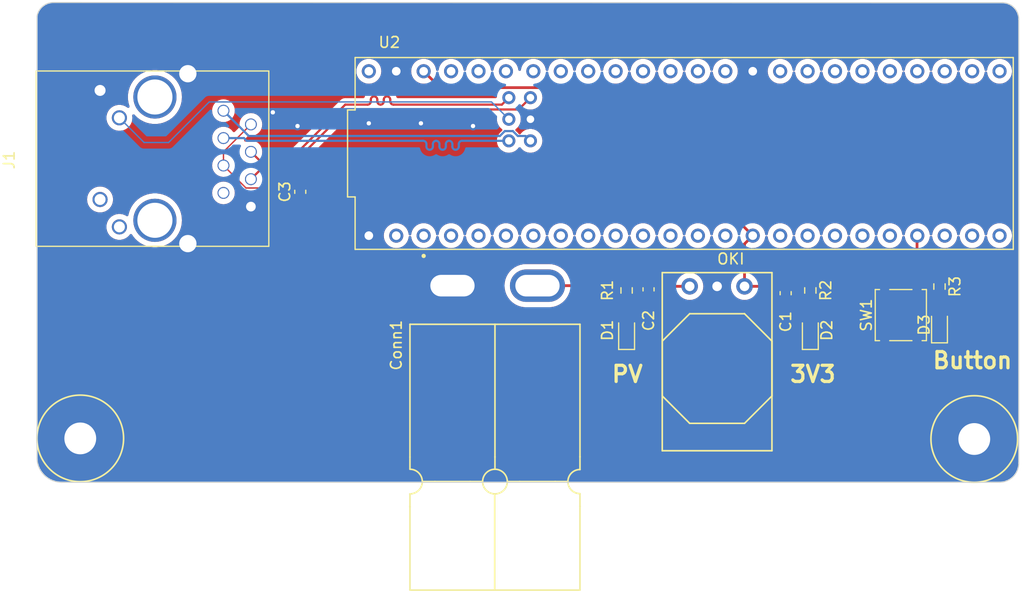
<source format=kicad_pcb>
(kicad_pcb (version 20221018) (generator pcbnew)
  (layers (0 "F.Cu" signal) (31 "B.Cu" signal) (34 "B.Paste" user) (35 "F.Paste" user) (36 "B.SilkS" user "B.Silkscreen") (37 "F.SilkS" user "F.Silkscreen") (38 "B.Mask" user) (39 "F.Mask" user) (44 "Edge.Cuts" user))
  (net 0 "")
  (net 1 "+3V3")
  (net 2 "GND")
  (net 3 "pv")
  (net 4 "Net-(C3-Pad2)")
  (net 5 "Net-(D1-A)")
  (net 6 "Net-(D2-A)")
  (net 7 "Net-(D3-A)")
  (net 9 "Net-(J1-Pad10)")
  (net 11 "/T+")
  (net 12 "/T-")
  (net 14 "/R+")
  (net 15 "/R-")
  (net 16 "Test_Button")
  (footprint "Button_Switch_SMD:SW_SPST_TL3305A" (layer "F.Cu") (at 131.826 53.594 90)
    (fp_text reference "SW1" (at 0 -3.2 90) (layer "F.SilkS"))
    (fp_text value "SW_Push")
    (fp_line (start -2.37 -2.37) (end -2.37 -1.97) (stroke (width 0.12)) (layer "F.SilkS"))
    (fp_line (start -2.37 -2.37) (end 2.37 -2.37) (stroke (width 0.12)) (layer "F.SilkS"))
    (fp_line (start -2.37 1.03) (end -2.37 -1.03) (stroke (width 0.12)) (layer "F.SilkS"))
    (fp_line (start -2.37 2.37) (end -2.37 1.97) (stroke (width 0.12)) (layer "F.SilkS"))
    (fp_line (start -2.37 2.37) (end 2.37 2.37) (stroke (width 0.12)) (layer "F.SilkS"))
    (fp_line (start 2.37 -2.37) (end 2.37 -1.97) (stroke (width 0.12)) (layer "F.SilkS"))
    (fp_line (start 2.37 1.03) (end 2.37 -1.03) (stroke (width 0.12)) (layer "F.SilkS"))
    (fp_line (start 2.37 2.37) (end 2.37 1.97) (stroke (width 0.12)) (layer "F.SilkS"))
    (pad "1" smd rect (at -3.6 -1.5 90) (size 1.6 1.4) (layers "F.Cu" "F.Paste" "F.Mask") (net 1 "+3V3"))
    (pad "1" smd rect (at 3.6 -1.5 90) (size 1.6 1.4) (layers "F.Cu" "F.Paste" "F.Mask") (net 1 "+3V3"))
    (pad "2" smd rect (at -3.6 1.5 90) (size 1.6 1.4) (layers "F.Cu" "F.Paste" "F.Mask") (net 16 "Test_Button"))
    (pad "2" smd rect (at 3.6 1.5 90) (size 1.6 1.4) (layers "F.Cu" "F.Paste" "F.Mask") (net 16 "Test_Button"))
  )
  (footprint "LED_SMD:LED_0603_1608Metric_Pad1.05x0.95mm_HandSolder" (layer "F.Cu") (at 106.426 55.118 90)
    (fp_text reference "D1" (at 0.113 -1.778 90) (layer "F.SilkS"))
    (fp_text value "Green")
    (fp_line (start -1.66 -0.735) (end -1.66 0.735) (stroke (width 0.12)) (layer "F.SilkS"))
    (fp_line (start -1.66 0.735) (end 0.8 0.735) (stroke (width 0.12)) (layer "F.SilkS"))
    (fp_line (start 0.8 -0.735) (end -1.66 -0.735) (stroke (width 0.12)) (layer "F.SilkS"))
    (pad "1" smd roundrect (at -0.875 0 90) (size 1.05 0.95) (layers "F.Cu" "F.Paste" "F.Mask") (net 2 "GND"))
    (pad "2" smd roundrect (at 0.875 0 90) (size 1.05 0.95) (layers "F.Cu" "F.Paste" "F.Mask") (net 5 "Net-(D1-A)"))
  )
  (footprint "MRDT_Shields:Teensy_4_1_Ethernet" (layer "F.Cu") (at 111.76 38.608)
    (fp_text reference "U2" (at -27.305 -10.295) (layer "F.SilkS"))
    (fp_text value "Teensy4.1_DEV-16771")
    (fp_line (start -31.18 4.03) (end -31.18 -4.03) (stroke (width 0.127)) (layer "F.SilkS"))
    (fp_line (start -30.48 -8.89) (end -30.48 -4.03) (stroke (width 0.127)) (layer "F.SilkS"))
    (fp_line (start -30.48 -8.89) (end 30.48 -8.89) (stroke (width 0.127)) (layer "F.SilkS"))
    (fp_line (start -30.48 -4.03) (end -31.18 -4.03) (stroke (width 0.127)) (layer "F.SilkS"))
    (fp_line (start -30.48 4.03) (end -31.18 4.03) (stroke (width 0.127)) (layer "F.SilkS"))
    (fp_line (start -30.48 8.89) (end -30.48 4.03) (stroke (width 0.127)) (layer "F.SilkS"))
    (fp_line (start 30.48 -8.89) (end 30.48 8.89) (stroke (width 0.127)) (layer "F.SilkS"))
    (fp_line (start 30.48 8.89) (end -30.48 8.89) (stroke (width 0.127)) (layer "F.SilkS"))
    (fp_circle (center -24.13 9.5) (end -24.03 9.5) (stroke (width 0.2)) (fill none) (layer "F.SilkS"))
    (pad "0" thru_hole circle (at -26.67 7.62) (size 1.308 1.308) (drill 0.8) (layers "*.Cu" "*.Mask"))
    (pad "1" thru_hole circle (at -24.13 7.62) (size 1.308 1.308) (drill 0.8) (layers "*.Cu" "*.Mask"))
    (pad "2" thru_hole circle (at -21.59 7.62) (size 1.308 1.308) (drill 0.8) (layers "*.Cu" "*.Mask"))
    (pad "3" thru_hole circle (at -19.05 7.62) (size 1.308 1.308) (drill 0.8) (layers "*.Cu" "*.Mask"))
    (pad "3.3V_1" thru_hole circle (at 6.35 7.62) (size 1.308 1.308) (drill 0.8) (layers "*.Cu" "*.Mask") (net 1 "+3V3"))
    (pad "3.3V_2" thru_hole circle (at -24.13 -7.62) (size 1.308 1.308) (drill 0.8) (layers "*.Cu" "*.Mask") (net 1 "+3V3"))
    (pad "4" thru_hole circle (at -16.51 7.62) (size 1.308 1.308) (drill 0.8) (layers "*.Cu" "*.Mask"))
    (pad "5" thru_hole circle (at -13.97 7.62) (size 1.308 1.308) (drill 0.8) (layers "*.Cu" "*.Mask"))
    (pad "6" thru_hole circle (at -11.43 7.62) (size 1.308 1.308) (drill 0.8) (layers "*.Cu" "*.Mask"))
    (pad "7" thru_hole circle (at -8.89 7.62) (size 1.308 1.308) (drill 0.8) (layers "*.Cu" "*.Mask"))
    (pad "8" thru_hole circle (at -6.35 7.62) (size 1.308 1.308) (drill 0.8) (layers "*.Cu" "*.Mask"))
    (pad "9" thru_hole circle (at -3.81 7.62) (size 1.308 1.308) (drill 0.8) (layers "*.Cu" "*.Mask"))
    (pad "10" thru_hole circle (at -1.27 7.62) (size 1.308 1.308) (drill 0.8) (layers "*.Cu" "*.Mask"))
    (pad "11" thru_hole circle (at 1.27 7.62) (size 1.308 1.308) (drill 0.8) (layers "*.Cu" "*.Mask"))
    (pad "12" thru_hole circle (at 3.81 7.62) (size 1.308 1.308) (drill 0.8) (layers "*.Cu" "*.Mask"))
    (pad "13" thru_hole circle (at 3.81 -7.62) (size 1.308 1.308) (drill 0.8) (layers "*.Cu" "*.Mask"))
    (pad "14" thru_hole circle (at 1.27 -7.62) (size 1.308 1.308) (drill 0.8) (layers "*.Cu" "*.Mask"))
    (pad "15" thru_hole circle (at -1.27 -7.62) (size 1.308 1.308) (drill 0.8) (layers "*.Cu" "*.Mask"))
    (pad "16" thru_hole circle (at -3.81 -7.62) (size 1.308 1.308) (drill 0.8) (layers "*.Cu" "*.Mask"))
    (pad "17" thru_hole circle (at -6.35 -7.62) (size 1.308 1.308) (drill 0.8) (layers "*.Cu" "*.Mask"))
    (pad "18" thru_hole circle (at -8.89 -7.62) (size 1.308 1.308) (drill 0.8) (layers "*.Cu" "*.Mask"))
    (pad "19" thru_hole circle (at -11.43 -7.62) (size 1.308 1.308) (drill 0.8) (layers "*.Cu" "*.Mask"))
    (pad "20" thru_hole circle (at -13.97 -7.62) (size 1.308 1.308) (drill 0.8) (layers "*.Cu" "*.Mask"))
    (pad "21" thru_hole circle (at -16.51 -7.62) (size 1.308 1.308) (drill 0.8) (layers "*.Cu" "*.Mask"))
    (pad "22" thru_hole circle (at -19.05 -7.62) (size 1.308 1.308) (drill 0.8) (layers "*.Cu" "*.Mask"))
    (pad "23" thru_hole circle (at -21.59 -7.62) (size 1.308 1.308) (drill 0.8) (layers "*.Cu" "*.Mask"))
    (pad "24" thru_hole circle (at 8.89 7.62) (size 1.308 1.308) (drill 0.8) (layers "*.Cu" "*.Mask"))
    (pad "25" thru_hole circle (at 11.43 7.62) (size 1.308 1.308) (drill 0.8) (layers "*.Cu" "*.Mask"))
    (pad "26" thru_hole circle (at 13.97 7.62) (size 1.308 1.308) (drill 0.8) (layers "*.Cu" "*.Mask"))
    (pad "27" thru_hole circle (at 16.51 7.62) (size 1.308 1.308) (drill 0.8) (layers "*.Cu" "*.Mask"))
    (pad "28" thru_hole circle (at 19.05 7.62) (size 1.308 1.308) (drill 0.8) (layers "*.Cu" "*.Mask"))
    (pad "29" thru_hole circle (at 21.59 7.62) (size 1.308 1.308) (drill 0.8) (layers "*.Cu" "*.Mask") (net 16 "Test_Button"))
    (pad "30" thru_hole circle (at 24.13 7.62) (size 1.308 1.308) (drill 0.8) (layers "*.Cu" "*.Mask"))
    (pad "31" thru_hole circle (at 26.67 7.62) (size 1.308 1.308) (drill 0.8) (layers "*.Cu" "*.Mask"))
    (pad "32" thru_hole circle (at 29.21 7.62) (size 1.308 1.308) (drill 0.8) (layers "*.Cu" "*.Mask"))
    (pad "33" thru_hole circle (at 29.21 -7.62) (size 1.308 1.308) (drill 0.8) (layers "*.Cu" "*.Mask"))
    (pad "34" thru_hole circle (at 26.67 -7.62) (size 1.308 1.308) (drill 0.8) (layers "*.Cu" "*.Mask"))
    (pad "35" thru_hole circle (at 24.13 -7.62) (size 1.308 1.308) (drill 0.8) (layers "*.Cu" "*.Mask"))
    (pad "36" thru_hole circle (at 21.59 -7.62) (size 1.308 1.308) (drill 0.8) (layers "*.Cu" "*.Mask"))
    (pad "37" thru_hole circle (at 19.05 -7.62) (size 1.308 1.308) (drill 0.8) (layers "*.Cu" "*.Mask"))
    (pad "38" thru_hole circle (at 16.51 -7.62) (size 1.308 1.308) (drill 0.8) (layers "*.Cu" "*.Mask"))
    (pad "39" thru_hole circle (at 13.97 -7.62) (size 1.308 1.308) (drill 0.8) (layers "*.Cu" "*.Mask"))
    (pad "40" thru_hole circle (at 11.43 -7.62) (size 1.308 1.308) (drill 0.8) (layers "*.Cu" "*.Mask"))
    (pad "41" thru_hole circle (at 8.89 -7.62) (size 1.308 1.308) (drill 0.8) (layers "*.Cu" "*.Mask"))
    (pad "GND1" thru_hole circle (at -29.21 7.62) (size 1.308 1.308) (drill 0.8) (layers "*.Cu" "*.Mask") (net 2 "GND"))
    (pad "GND2" thru_hole circle (at 6.35 -7.62) (size 1.308 1.308) (drill 0.8) (layers "*.Cu" "*.Mask") (net 2 "GND"))
    (pad "GND3" thru_hole circle (at -26.67 -7.62) (size 1.308 1.308) (drill 0.8) (layers "*.Cu" "*.Mask") (net 2 "GND"))
    (pad "GND5" thru_hole circle (at -14.24 -3.17) (size 1.208 1.208) (drill 0.7) (layers "*.Cu" "*.Mask") (net 2 "GND"))
    (pad "LED" thru_hole circle (at -16.24 -3.17) (size 1.208 1.208) (drill 0.7) (layers "*.Cu" "*.Mask") (net 9 "Net-(J1-Pad10)"))
    (pad "R+" thru_hole circle (at -16.24 -5.17) (size 1.208 1.208) (drill 0.7) (layers "*.Cu" "*.Mask") (net 14 "/R+"))
    (pad "R-" thru_hole circle (at -14.24 -5.17) (size 1.208 1.208) (drill 0.7) (layers "*.Cu" "*.Mask") (net 15 "/R-"))
    (pad "T+" thru_hole circle (at -14.24 -1.17) (size 1.208 1.208) (drill 0.7) (layers "*.Cu" "*.Mask") (net 11 "/T+"))
    (pad "T-" thru_hole circle (at -16.24 -1.17) (size 1.208 1.208) (drill 0.7) (layers "*.Cu" "*.Mask") (net 12 "/T-"))
    (pad "VIN" thru_hole circle (at -29.21 -7.62) (size 1.308 1.308) (drill 0.8) (layers "*.Cu" "*.Mask"))
  )
  (footprint "MRDT_Devices:OKI_Horizontal" (layer "F.Cu") (at 112.268 50.927)
    (fp_text reference "U1" hide)
    (fp_text value "OKI" (at 3.81 -2.54) (layer "F.SilkS"))
    (fp_line (start -2.54 -1.27) (end 7.62 -1.27) (stroke (width 0.15)) (layer "F.SilkS"))
    (fp_line (start -2.54 5.08) (end 0 2.54) (stroke (width 0.15)) (layer "F.SilkS"))
    (fp_line (start -2.54 10.16) (end -2.54 5.08) (stroke (width 0.15)) (layer "F.SilkS"))
    (fp_line (start -2.54 15.24) (end -2.54 -1.27) (stroke (width 0.15)) (layer "F.SilkS"))
    (fp_line (start -2.54 15.24) (end 7.62 15.24) (stroke (width 0.15)) (layer "F.SilkS"))
    (fp_line (start 0 2.54) (end 5.08 2.54) (stroke (width 0.15)) (layer "F.SilkS"))
    (fp_line (start 0 12.7) (end -2.54 10.16) (stroke (width 0.15)) (layer "F.SilkS"))
    (fp_line (start 5.08 2.54) (end 7.62 5.08) (stroke (width 0.15)) (layer "F.SilkS"))
    (fp_line (start 5.08 12.7) (end 0 12.7) (stroke (width 0.15)) (layer "F.SilkS"))
    (fp_line (start 7.62 -1.27) (end 7.62 15.24) (stroke (width 0.15)) (layer "F.SilkS"))
    (fp_line (start 7.62 5.08) (end 7.62 10.16) (stroke (width 0.15)) (layer "F.SilkS"))
    (fp_line (start 7.62 10.16) (end 5.08 12.7) (stroke (width 0.15)) (layer "F.SilkS"))
    (pad "1" thru_hole circle (at 0 0) (size 1.524 1.524) (drill 0.889) (layers "*.Cu" "*.Mask") (net 3 "pv"))
    (pad "2" thru_hole circle (at 2.54 0) (size 1.524 1.524) (drill 0.889) (layers "*.Cu" "*.Mask") (net 2 "GND"))
    (pad "3" thru_hole circle (at 5.08 0) (size 1.524 1.524) (drill 0.889) (layers "*.Cu" "*.Mask") (net 1 "+3V3"))
  )
  (footprint "LED_SMD:LED_0603_1608Metric_Pad1.05x0.95mm_HandSolder" (layer "F.Cu") (at 135.406 54.5035 90)
    (fp_text reference "D3" (at 0 -1.43 90) (layer "F.SilkS"))
    (fp_text value "Green")
    (fp_line (start -1.66 -0.735) (end -1.66 0.735) (stroke (width 0.12)) (layer "F.SilkS"))
    (fp_line (start -1.66 0.735) (end 0.8 0.735) (stroke (width 0.12)) (layer "F.SilkS"))
    (fp_line (start 0.8 -0.735) (end -1.66 -0.735) (stroke (width 0.12)) (layer "F.SilkS"))
    (pad "1" smd roundrect (at -0.875 0 90) (size 1.05 0.95) (layers "F.Cu" "F.Paste" "F.Mask") (net 2 "GND"))
    (pad "2" smd roundrect (at 0.875 0 90) (size 1.05 0.95) (layers "F.Cu" "F.Paste" "F.Mask") (net 7 "Net-(D3-A)"))
  )
  (footprint "MRDT_Drill_Holes:4_40_Hole_Corner" (layer "F.Cu") (at 134.62 69.088)
    (fp_text reference "REF**" hide)
    (fp_text value "4_40_Hole" hide)
    (fp_circle (center 4.00812 -4.00812) (end 4.00812 0.00508) (stroke (width 0.15)) (fill none) (layer "F.SilkS"))
    (pad "" np_thru_hole circle (at 4.00812 -4.00812) (size 2.9464 2.9464) (drill 2.9464) (layers "*.Cu" "*.Mask") (clearance 2.5))
  )
  (footprint "MRDT_Connectors:RJ45_Teensy" (layer "F.Cu") (at 49.738 39.216 -90)
    (fp_text reference "J1" (at 0 0.5 90) (layer "F.SilkS"))
    (fp_text value "RJ45_LED_Shielded")
    (fp_line (start -8.25 -23.55) (end 8 -23.55) (stroke (width 0.12)) (layer "F.SilkS"))
    (fp_line (start -8.25 -2) (end -8.25 -23.55) (stroke (width 0.12)) (layer "F.SilkS"))
    (fp_line (start -8.25 -2) (end 8 -2) (stroke (width 0.12)) (layer "F.SilkS"))
    (fp_line (start 8 -2) (end 8 -23.55) (stroke (width 0.12)) (layer "F.SilkS"))
    (pad "1" thru_hole circle (at -4.57 -19.35 270) (size 1.1 1.1) (drill 0.9) (layers "*.Cu" "*.Mask") (net 11 "/T+"))
    (pad "2" thru_hole circle (at -3.3 -21.89 270) (size 1.1 1.1) (drill 0.9) (layers "*.Cu" "*.Mask") (net 4 "Net-(C3-Pad2)"))
    (pad "3" thru_hole circle (at -2.03 -19.35 270) (size 1.1 1.1) (drill 0.9) (layers "*.Cu" "*.Mask") (net 12 "/T-"))
    (pad "4" thru_hole circle (at -0.76 -21.89 270) (size 1.1 1.1) (drill 0.9) (layers "*.Cu" "*.Mask") (net 14 "/R+"))
    (pad "5" thru_hole circle (at 0.51 -19.35 270) (size 1.1 1.1) (drill 0.9) (layers "*.Cu" "*.Mask") (net 4 "Net-(C3-Pad2)"))
    (pad "6" thru_hole circle (at 1.78 -21.89 270) (size 1.1 1.1) (drill 0.9) (layers "*.Cu" "*.Mask") (net 15 "/R-"))
    (pad "7" thru_hole circle (at 3.05 -19.35 270) (size 1.1 1.1) (drill 0.9) (layers "*.Cu" "*.Mask"))
    (pad "8" thru_hole circle (at 4.32 -21.89 270) (size 1.1 1.1) (drill 0.9) (layers "*.Cu" "*.Mask") (net 2 "GND"))
    (pad "9" thru_hole circle (at -6.45 -7.92 270) (size 1.4 1.4) (drill 1.02) (layers "*.Cu" "*.Mask") (net 2 "GND"))
    (pad "10" thru_hole circle (at -3.91 -9.71 270) (size 1.4 1.4) (drill 1.02) (layers "*.Cu" "*.Mask") (net 9 "Net-(J1-Pad10)"))
    (pad "11" thru_hole circle (at 3.66 -7.92 270) (size 1.4 1.4) (drill 1.02) (layers "*.Cu" "*.Mask"))
    (pad "12" thru_hole circle (at 6.2 -9.71 270) (size 1.4 1.4) (drill 1.02) (layers "*.Cu" "*.Mask"))
    (pad "13" thru_hole circle (at -5.84 -13 270) (size 4 4) (drill 3.25) (layers "*.Cu" "*.Mask"))
    (pad "14" thru_hole circle (at 5.59 -13 270) (size 4 4) (drill 3.25) (layers "*.Cu" "*.Mask"))
    (pad "SH" thru_hole circle (at -8 -16.05 270) (size 2 2) (drill 1.6) (layers "*.Cu" "*.Mask") (net 2 "GND"))
    (pad "SH" thru_hole circle (at 7.75 -16.05 270) (size 2 2) (drill 1.6) (layers "*.Cu" "*.Mask") (net 2 "GND"))
  )
  (footprint "Resistor_SMD:R_0603_1608Metric_Pad0.98x0.95mm_HandSolder" (layer "F.Cu") (at 106.426 51.308 -90)
    (fp_text reference "R1" (at 0 1.778 90) (layer "F.SilkS"))
    (fp_text value "3k")
    (fp_line (start -0.254724 -0.5225) (end 0.254724 -0.5225) (stroke (width 0.12)) (layer "F.SilkS"))
    (fp_line (start -0.254724 0.5225) (end 0.254724 0.5225) (stroke (width 0.12)) (layer "F.SilkS"))
    (pad "1" smd roundrect (at -0.9125 0 270) (size 0.975 0.95) (layers "F.Cu" "F.Paste" "F.Mask") (net 3 "pv"))
    (pad "2" smd roundrect (at 0.9125 0 270) (size 0.975 0.95) (layers "F.Cu" "F.Paste" "F.Mask") (net 5 "Net-(D1-A)"))
  )
  (footprint "LED_SMD:LED_0603_1608Metric_Pad1.05x0.95mm_HandSolder" (layer "F.Cu") (at 123.444 55.118 90)
    (fp_text reference "D2" (at 0.113 1.524 90) (layer "F.SilkS"))
    (fp_text value "Green")
    (fp_line (start -1.66 -0.735) (end -1.66 0.735) (stroke (width 0.12)) (layer "F.SilkS"))
    (fp_line (start -1.66 0.735) (end 0.8 0.735) (stroke (width 0.12)) (layer "F.SilkS"))
    (fp_line (start 0.8 -0.735) (end -1.66 -0.735) (stroke (width 0.12)) (layer "F.SilkS"))
    (pad "1" smd roundrect (at -0.875 0 90) (size 1.05 0.95) (layers "F.Cu" "F.Paste" "F.Mask") (net 2 "GND"))
    (pad "2" smd roundrect (at 0.875 0 90) (size 1.05 0.95) (layers "F.Cu" "F.Paste" "F.Mask") (net 6 "Net-(D2-A)"))
  )
  (footprint "Resistor_SMD:R_0603_1608Metric_Pad0.98x0.95mm_HandSolder" (layer "F.Cu") (at 123.444 51.308 -90)
    (fp_text reference "R2" (at 0 -1.43 90) (layer "F.SilkS"))
    (fp_text value "120")
    (fp_line (start -0.254724 -0.5225) (end 0.254724 -0.5225) (stroke (width 0.12)) (layer "F.SilkS"))
    (fp_line (start -0.254724 0.5225) (end 0.254724 0.5225) (stroke (width 0.12)) (layer "F.SilkS"))
    (pad "1" smd roundrect (at -0.9125 0 270) (size 0.975 0.95) (layers "F.Cu" "F.Paste" "F.Mask") (net 1 "+3V3"))
    (pad "2" smd roundrect (at 0.9125 0 270) (size 0.975 0.95) (layers "F.Cu" "F.Paste" "F.Mask") (net 6 "Net-(D2-A)"))
  )
  (footprint "MRDT_Drill_Holes:4_40_Hole_Corner" (layer "F.Cu") (at 51.816 69.03212)
    (fp_text reference "REF**" hide)
    (fp_text value "4_40_Hole" hide)
    (fp_circle (center 4.00812 -4.00812) (end 4.00812 0.00508) (stroke (width 0.15)) (fill none) (layer "F.SilkS"))
    (pad "" np_thru_hole circle (at 4.00812 -4.00812) (size 2.9464 2.9464) (drill 2.9464) (layers "*.Cu" "*.Mask") (clearance 2.5))
  )
  (footprint "Capacitor_SMD:C_0603_1608Metric_Pad1.08x0.95mm_HandSolder" (layer "F.Cu") (at 108.458 51.2075 -90)
    (fp_text reference "C2" (at 2.8945 0 90) (layer "F.SilkS"))
    (fp_text value "10uf")
    (fp_line (start -0.146267 -0.51) (end 0.146267 -0.51) (stroke (width 0.12)) (layer "F.SilkS"))
    (fp_line (start -0.146267 0.51) (end 0.146267 0.51) (stroke (width 0.12)) (layer "F.SilkS"))
    (pad "1" smd roundrect (at -0.8625 0 270) (size 1.075 0.95) (layers "F.Cu" "F.Paste" "F.Mask") (net 3 "pv"))
    (pad "2" smd roundrect (at 0.8625 0 270) (size 1.075 0.95) (layers "F.Cu" "F.Paste" "F.Mask") (net 2 "GND"))
  )
  (footprint "MRDT_Connectors:Square_Anderson_2_H_Side_By_Side_PV" (layer "F.Cu") (at 89.997 50.7402 90)
    (fp_text reference "Conn1" (at -5.6478 -4.907 90) (layer "F.SilkS"))
    (fp_text value "AndersonPP")
    (fp_line (start -28.344 -3.637) (end -28.344 12.111) (stroke (width 0.15)) (layer "F.SilkS"))
    (fp_line (start -28.3186 -3.637) (end -20.5716 -3.637) (stroke (width 0.15)) (layer "F.SilkS"))
    (fp_line (start -28.3186 4.2116) (end -19.4286 4.2116) (stroke (width 0.15)) (layer "F.SilkS"))
    (fp_line (start -20.597 12.111) (end -19.4286 12.111) (stroke (width 0.15)) (layer "F.SilkS"))
    (fp_line (start -20.5716 12.111) (end -28.3186 12.111) (stroke (width 0.15)) (layer "F.SilkS"))
    (fp_line (start -19.4286 -3.637) (end -20.6478 -3.637) (stroke (width 0.15)) (layer "F.SilkS"))
    (fp_line (start -18.2856 -2.494) (end -18.2856 -1.3256) (stroke (width 0.15)) (layer "F.SilkS"))
    (fp_line (start -18.2856 1.951) (end -18.2856 -1.3256) (stroke (width 0.15)) (layer "F.SilkS"))
    (fp_line (start -18.2856 1.951) (end -18.2856 3.094) (stroke (width 0.15)) (layer "F.SilkS"))
    (fp_line (start -18.2856 6.523) (end -18.2856 5.38) (stroke (width 0.15)) (layer "F.SilkS"))
    (fp_line (start -18.2856 6.523) (end -18.2856 9.825) (stroke (width 0.15)) (layer "F.SilkS"))
    (fp_line (start -18.2856 9.7996) (end -18.2856 10.968) (stroke (width 0.15)) (layer "F.SilkS"))
    (fp_line (start -16.025 -3.637) (end -17.1172 -3.637) (stroke (width 0.15)) (layer "F.SilkS"))
    (fp_line (start -15.9996 -3.637) (end -3.706 -3.637) (stroke (width 0.15)) (layer "F.SilkS"))
    (fp_line (start -15.9996 4.237) (end -17.1426 4.237) (stroke (width 0.15)) (layer "F.SilkS"))
    (fp_line (start -15.9996 4.237) (end -3.706 4.237) (stroke (width 0.15)) (layer "F.SilkS"))
    (fp_line (start -15.9996 12.111) (end -3.706 12.111) (stroke (width 0.15)) (layer "F.SilkS"))
    (fp_line (start -15.9742 12.111) (end -17.168 12.111) (stroke (width 0.15)) (layer "F.SilkS"))
    (fp_line (start -3.706 -3.637) (end -3.706 12.111) (stroke (width 0.15)) (layer "F.SilkS"))
    (fp_arc (start -19.4032 12.111) (mid -19.075863 11.320737) (end -18.2856 10.9934) (stroke (width 0.15)) (layer "F.SilkS"))
    (fp_arc (start -18.2856 -2.494) (mid -19.093823 -2.828777) (end -19.4286 -3.637) (stroke (width 0.15)) (layer "F.SilkS"))
    (fp_arc (start -18.2856 10.9934) (mid -17.495337 11.320737) (end -17.168 12.111) (stroke (width 0.15)) (layer "F.SilkS"))
    (fp_arc (start -17.1426 -3.637) (mid -17.477377 -2.828777) (end -18.2856 -2.494) (stroke (width 0.15)) (layer "F.SilkS"))
    (fp_circle (center -18.2856 4.237) (end -18.2856 5.38) (stroke (width 0.15)) (fill none) (layer "F.SilkS"))
    (pad "1" thru_hole oval (at -0.1246 0.3 90) (size 3 5.1) (drill oval 2 4.1) (layers "*.Cu" "*.Mask") (net 2 "GND"))
    (pad "4" thru_hole oval (at -0.1246 8.174 90) (size 3 5.1) (drill oval 2 4.1) (layers "*.Cu" "*.Mask") (net 3 "pv"))
  )
  (footprint "Capacitor_SMD:C_0603_1608Metric_Pad1.08x0.95mm_HandSolder" (layer "F.Cu") (at 76.2 42.164 90)
    (fp_text reference "C3" (at 0 -1.43 90) (layer "F.SilkS"))
    (fp_text value "0.1")
    (fp_line (start -0.146267 -0.51) (end 0.146267 -0.51) (stroke (width 0.12)) (layer "F.SilkS"))
    (fp_line (start -0.146267 0.51) (end 0.146267 0.51) (stroke (width 0.12)) (layer "F.SilkS"))
    (pad "1" smd roundrect (at -0.8625 0 90) (size 1.075 0.95) (layers "F.Cu" "F.Paste" "F.Mask") (net 2 "GND"))
    (pad "2" smd roundrect (at 0.8625 0 90) (size 1.075 0.95) (layers "F.Cu" "F.Paste" "F.Mask") (net 4 "Net-(C3-Pad2)"))
  )
  (footprint "Capacitor_SMD:C_0603_1608Metric_Pad1.08x0.95mm_HandSolder" (layer "F.Cu") (at 121.158 51.562 -90)
    (fp_text reference "C1" (at 2.6405 0 90) (layer "F.SilkS"))
    (fp_text value "10uf")
    (fp_line (start -0.146267 -0.51) (end 0.146267 -0.51) (stroke (width 0.12)) (layer "F.SilkS"))
    (fp_line (start -0.146267 0.51) (end 0.146267 0.51) (stroke (width 0.12)) (layer "F.SilkS"))
    (pad "1" smd roundrect (at -0.8625 0 270) (size 1.075 0.95) (layers "F.Cu" "F.Paste" "F.Mask") (net 1 "+3V3"))
    (pad "2" smd roundrect (at 0.8625 0 270) (size 1.075 0.95) (layers "F.Cu" "F.Paste" "F.Mask") (net 2 "GND"))
  )
  (footprint "Resistor_SMD:R_0603_1608Metric_Pad0.98x0.95mm_HandSolder" (layer "F.Cu") (at 135.406 50.9475 -90)
    (fp_text reference "R3" (at 0 -1.43 90) (layer "F.SilkS"))
    (fp_text value "120")
    (fp_line (start -0.254724 -0.5225) (end 0.254724 -0.5225) (stroke (width 0.12)) (layer "F.SilkS"))
    (fp_line (start -0.254724 0.5225) (end 0.254724 0.5225) (stroke (width 0.12)) (layer "F.SilkS"))
    (pad "1" smd roundrect (at -0.9125 0 270) (size 0.975 0.95) (layers "F.Cu" "F.Paste" "F.Mask") (net 16 "Test_Button"))
    (pad "2" smd roundrect (at 0.9125 0 270) (size 0.975 0.95) (layers "F.Cu" "F.Paste" "F.Mask") (net 7 "Net-(D3-A)"))
  )
  (gr_arc (start 51.816001 25.908) (mid 52.341337 24.983118) (end 53.34 24.616979) (stroke (width 0.1)) (layer "Edge.Cuts"))
  (gr_arc (start 54.102 69.088) (mid 52.485554 68.418446) (end 51.816 66.802) (stroke (width 0.1)) (layer "Edge.Cuts"))
  (gr_line (start 51.816001 25.908) (end 51.816 66.802) (stroke (width 0.1)) (layer "Edge.Cuts"))
  (gr_line (start 142.748 26.162) (end 142.748 67.31) (stroke (width 0.1)) (layer "Edge.Cuts"))
  (gr_line (start 53.34 24.616979) (end 141.224 24.638) (stroke (width 0.1)) (layer "Edge.Cuts"))
  (gr_arc (start 141.224 24.638) (mid 142.301631 25.084369) (end 142.748 26.162) (stroke (width 0.1)) (layer "Edge.Cuts"))
  (gr_line (start 140.97 69.088) (end 54.102 69.088) (stroke (width 0.1)) (layer "Edge.Cuts"))
  (gr_arc (start 142.748 67.31) (mid 142.227236 68.567236) (end 140.97 69.088) (stroke (width 0.1)) (layer "Edge.Cuts"))
  (gr_text "3V3" (at 121.412 59.944) (layer "F.SilkS") (effects (font (size 1.5 1.5) (thickness 0.3) bold) (justify left bottom)))
  (gr_text "PV" (at 104.902 59.944) (layer "F.SilkS") (effects (font (size 1.5 1.5) (thickness 0.3) bold) (justify left bottom)))
  (gr_text "Button" (at 134.62 58.674) (layer "F.SilkS") (effects (font (size 1.5 1.5) (thickness 0.3) bold) (justify left bottom)))
  (segment (start 120.9305 50.927) (end 121.158 50.6995) (width 0.254) (layer "F.Cu") (net 1))
  (segment (start 123.8455 49.994) (end 130.326 49.994) (width 0.254) (layer "F.Cu") (net 1))
  (segment (start 118.11 46.228) (end 104.389 32.507) (width 0.254) (layer "F.Cu") (net 1))
  (segment (start 117.348 50.927) (end 117.348 46.99) (width 0.254) (layer "F.Cu") (net 1))
  (segment (start 130.326 49.994) (end 130.326 57.194) (width 0.254) (layer "F.Cu") (net 1))
  (segment (start 117.348 46.99) (end 118.11 46.228) (width 0.254) (layer "F.Cu") (net 1))
  (segment (start 104.389 32.507) (end 89.149 32.507) (width 0.254) (layer "F.Cu") (net 1))
  (segment (start 117.348 50.927) (end 120.9305 50.927) (width 0.254) (layer "F.Cu") (net 1))
  (segment (start 123.444 50.3955) (end 123.8455 49.994) (width 0.254) (layer "F.Cu") (net 1))
  (segment (start 89.149 32.507) (end 87.63 30.988) (width 0.254) (layer "F.Cu") (net 1))
  (segment (start 123.14 50.6995) (end 123.444 50.3955) (width 0.254) (layer "F.Cu") (net 1))
  (segment (start 121.158 50.6995) (end 123.14 50.6995) (width 0.254) (layer "F.Cu") (net 1))
  (via (at 73.66 34.798) (size 0.8) (drill 0.4) (layers "F.Cu" "B.Cu") (net 2))
  (via (at 75.946 36.068) (size 0.8) (drill 0.4) (layers "F.Cu" "B.Cu") (net 2))
  (via (at 92.202 36.068) (size 0.8) (drill 0.4) (layers "F.Cu" "B.Cu") (net 2))
  (via (at 87.376 35.814) (size 0.8) (drill 0.4) (layers "F.Cu" "B.Cu") (net 2))
  (via (at 82.55 35.814) (size 0.8) (drill 0.4) (layers "F.Cu" "B.Cu") (net 2))
  (segment (start 105.9567 50.8648) (end 106.426 50.3955) (width 0.254) (layer "F.Cu") (net 3))
  (segment (start 109.04 50.927) (end 112.268 50.927) (width 0.254) (layer "F.Cu") (net 3))
  (segment (start 108.4075 50.3955) (end 108.458 50.345) (width 0.254) (layer "F.Cu") (net 3))
  (segment (start 98.933 50.8648) (end 105.9567 50.8648) (width 0.254) (layer "F.Cu") (net 3))
  (segment (start 108.458 50.345) (end 109.04 50.927) (width 0.254) (layer "F.Cu") (net 3))
  (segment (start 106.426 50.3955) (end 108.4075 50.3955) (width 0.254) (layer "F.Cu") (net 3))
  (segment (start 76.2 41.3015) (end 75.692 41.8095) (width 0.127) (layer "F.Cu") (net 4))
  (segment (start 69.088 39.726) (end 69.088 38.456) (width 0.127) (layer "F.Cu") (net 4))
  (segment (start 71.1715 41.8095) (end 69.088 39.726) (width 0.127) (layer "F.Cu") (net 4))
  (segment (start 75.692 41.8095) (end 71.1715 41.8095) (width 0.127) (layer "F.Cu") (net 4))
  (segment (start 69.088 38.456) (end 71.628 35.916) (width 0.127) (layer "F.Cu") (net 4))
  (segment (start 106.426 52.2205) (end 106.426 54.243) (width 0.254) (layer "F.Cu") (net 5))
  (segment (start 123.444 52.2205) (end 123.444 54.243) (width 0.254) (layer "F.Cu") (net 6))
  (segment (start 135.406 51.86) (end 135.406 53.6285) (width 0.254) (layer "F.Cu") (net 7))
  (segment (start 61.734 37.592) (end 59.448 35.306) (width 0.127) (layer "B.Cu") (net 9))
  (segment (start 95.52 35.438) (end 93.9145 33.8325) (width 0.127) (layer "B.Cu") (net 9))
  (segment (start 67.7675 33.8325) (end 64.008 37.592) (width 0.127) (layer "B.Cu") (net 9))
  (segment (start 93.9145 33.8325) (end 67.7675 33.8325) (width 0.127) (layer "B.Cu") (net 9))
  (segment (start 64.008 37.592) (end 61.734 37.592) (width 0.127) (layer "B.Cu") (net 9))
  (segment (start 97.52 37.438) (end 97.07 36.988) (width 0.2) (layer "B.Cu") (net 11))
  (segment (start 94.69155 36.988) (end 71.43 36.988) (width 0.2) (layer "B.Cu") (net 11))
  (segment (start 71.43 36.988) (end 69.088 34.646) (width 0.2) (layer "B.Cu") (net 11))
  (segment (start 95.89445 36.534) (end 95.14555 36.534) (width 0.2) (layer "B.Cu") (net 11))
  (segment (start 97.07 36.988) (end 96.34845 36.988) (width 0.2) (layer "B.Cu") (net 11))
  (segment (start 95.14555 36.534) (end 94.69155 36.988) (width 0.2) (layer "B.Cu") (net 11))
  (segment (start 96.34845 36.988) (end 95.89445 36.534) (width 0.2) (layer "B.Cu") (net 11))
  (segment (start 90.286 37.966881) (end 90.286 37.738) (width 0.2) (layer "B.Cu") (net 12))
  (segment (start 87.501041 37.438) (end 71.243603 37.438) (width 0.2) (layer "B.Cu") (net 12))
  (segment (start 90.886 37.738) (end 90.886 37.966881) (width 0.2) (layer "B.Cu") (net 12))
  (segment (start 89.686 37.738) (end 89.686 37.966881) (width 0.2) (layer "B.Cu") (net 12))
  (segment (start 71.243603 37.438) (end 70.991603 37.186) (width 0.2) (layer "B.Cu") (net 12))
  (segment (start 70.991603 37.186) (end 69.088 37.186) (width 0.2) (layer "B.Cu") (net 12))
  (segment (start 89.086 37.966881) (end 89.086 37.738) (width 0.2) (layer "B.Cu") (net 12))
  (segment (start 88.486 37.738) (end 88.486 37.966906) (width 0.2) (layer "B.Cu") (net 12))
  (segment (start 87.886 37.966906) (end 87.886 37.738) (width 0.2) (layer "B.Cu") (net 12))
  (segment (start 95.52 37.438) (end 91.186 37.438) (width 0.2) (layer "B.Cu") (net 12))
  (segment (start 87.586 37.438) (end 87.501041 37.438) (width 0.2) (layer "B.Cu") (net 12))
  (arc (start 91.186 37.438) (mid 90.973868 37.525868) (end 90.886 37.738) (width 0.2) (layer "B.Cu") (net 12))
  (arc (start 89.686 37.966881) (mid 89.598132 38.179013) (end 89.386 38.266881) (width 0.2) (layer "B.Cu") (net 12))
  (arc (start 87.886 37.738) (mid 87.798132 37.525868) (end 87.586 37.438) (width 0.2) (layer "B.Cu") (net 12))
  (arc (start 89.386 38.266881) (mid 89.173868 38.179013) (end 89.086 37.966881) (width 0.2) (layer "B.Cu") (net 12))
  (arc (start 90.586 38.266881) (mid 90.373868 38.179013) (end 90.286 37.966881) (width 0.2) (layer "B.Cu") (net 12))
  (arc (start 89.086 37.738) (mid 88.998132 37.525868) (end 88.786 37.438) (width 0.2) (layer "B.Cu") (net 12))
  (arc (start 88.786 37.438) (mid 88.573868 37.525868) (end 88.486 37.738) (width 0.2) (layer "B.Cu") (net 12))
  (arc (start 88.186 38.266906) (mid 87.973868 38.179038) (end 87.886 37.966906) (width 0.2) (layer "B.Cu") (net 12))
  (arc (start 90.286 37.738) (mid 90.198132 37.525868) (end 89.986 37.438) (width 0.2) (layer "B.Cu") (net 12))
  (arc (start 90.886 37.966881) (mid 90.798132 38.179013) (end 90.586 38.266881) (width 0.2) (layer "B.Cu") (net 12))
  (arc (start 89.986 37.438) (mid 89.773868 37.525868) (end 89.686 37.738) (width 0.2) (layer "B.Cu") (net 12))
  (arc (start 88.486 37.966906) (mid 88.398132 38.179038) (end 88.186 38.266906) (width 0.2) (layer "B.Cu") (net 12))
  (segment (start 83.336 33.619654) (end 83.336 33.78402) (width 0.2) (layer "F.Cu") (net 14))
  (segment (start 84.836 34.08402) (end 94.87398 34.08402) (width 0.2) (layer "F.Cu") (net 14))
  (segment (start 94.87398 34.08402) (end 95.52 33.438) (width 0.2) (layer "F.Cu") (net 14))
  (segment (start 80.366972 34.08402) (end 82.436 34.08402) (width 0.2) (layer "F.Cu") (net 14))
  (segment (start 72.672999 39.500999) (end 74.949993 39.500999) (width 0.2) (layer "F.Cu") (net 14))
  (segment (start 74.949993 39.500999) (end 80.366972 34.08402) (width 0.2) (layer "F.Cu") (net 14))
  (segment (start 83.936 33.78402) (end 83.936 33.619666) (width 0.2) (layer "F.Cu") (net 14))
  (segment (start 82.736 33.78402) (end 82.736 33.619654) (width 0.2) (layer "F.Cu") (net 14))
  (segment (start 71.628 38.456) (end 72.672999 39.500999) (width 0.2) (layer "F.Cu") (net 14))
  (segment (start 84.536 33.619666) (end 84.536 33.78402) (width 0.2) (layer "F.Cu") (net 14))
  (arc (start 83.936 33.619666) (mid 84.023868 33.407534) (end 84.236 33.319666) (width 0.2) (layer "F.Cu") (net 14))
  (arc (start 82.736 33.619654) (mid 82.823868 33.407522) (end 83.036 33.319654) (width 0.2) (layer "F.Cu") (net 14))
  (arc (start 82.436 34.08402) (mid 82.648132 33.996152) (end 82.736 33.78402) (width 0.2) (layer "F.Cu") (net 14))
  (arc (start 84.236 33.319666) (mid 84.448132 33.407534) (end 84.536 33.619666) (width 0.2) (layer "F.Cu") (net 14))
  (arc (start 83.336 33.78402) (mid 83.423868 33.996152) (end 83.636 34.08402) (width 0.2) (layer "F.Cu") (net 14))
  (arc (start 83.636 34.08402) (mid 83.848132 33.996152) (end 83.936 33.78402) (width 0.2) (layer "F.Cu") (net 14))
  (arc (start 83.036 33.319654) (mid 83.248132 33.407522) (end 83.336 33.619654) (width 0.2) (layer "F.Cu") (net 14))
  (arc (start 84.536 33.78402) (mid 84.623868 33.996152) (end 84.836 34.08402) (width 0.2) (layer "F.Cu") (net 14))
  (segment (start 96.424 34.534) (end 97.52 33.438) (width 0.2) (layer "F.Cu") (net 15))
  (segment (start 71.628 40.996) (end 72.672999 39.951001) (width 0.2) (layer "F.Cu") (net 15))
  (segment (start 75.136359 39.951001) (end 80.55336 34.534) (width 0.2) (layer "F.Cu") (net 15))
  (segment (start 80.55336 34.534) (end 96.424 34.534) (width 0.2) (layer "F.Cu") (net 15))
  (segment (start 72.672999 39.951001) (end 75.136359 39.951001) (width 0.2) (layer "F.Cu") (net 15))
  (segment (start 133.326 49.994) (end 133.326 57.194) (width 0.254) (layer "F.Cu") (net 16))
  (segment (start 133.326 49.994) (end 133.326 46.252) (width 0.254) (layer "F.Cu") (net 16))
  (segment (start 133.326 46.252) (end 133.35 46.228) (width 0.254) (layer "F.Cu") (net 16))
  (segment (start 133.367 50.035) (end 133.326 49.994) (width 0.254) (layer "F.Cu") (net 16))
  (segment (start 135.406 50.035) (end 133.367 50.035) (width 0.254) (layer "F.Cu") (net 16))
  (zone (net 2) (net_name "GND") (layers "F&B.Cu") (connect_pads yes (clearance 0.5)) (min_thickness 0.25) (fill yes (thermal_gap 0.5) (thermal_bridge_width 0.5))
    (polygon (pts (xy 51.816 24.384) (xy 143.256 24.384) (xy 143.002 69.088) (xy 51.308 69.342)))
  )
)
</source>
